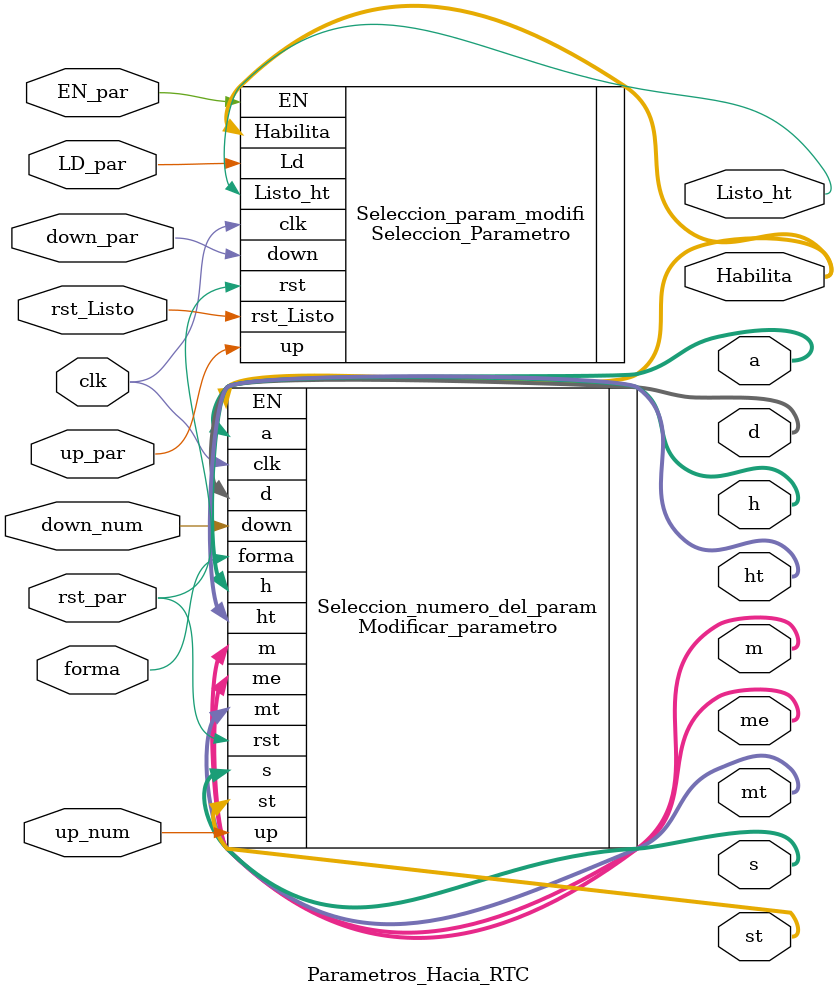
<source format=v>
`timescale 1ns / 1ps


module Parametros_Hacia_RTC(
   input clk,EN_par,down_num,up_num,up_par,down_par,rst_par,forma,LD_par,rst_Listo,
	output [7:0] s,m,h,d,me,a,st,mt,ht,
	output Listo_ht,
	output wire [8:0] Habilita
    );
	 
wire [8:0] cables_EN;

Modificar_parametro Seleccion_numero_del_param (
    .clk(clk), 
    .EN(Habilita), 
    .up(up_num), 
    .down(down_num), 
    .rst(rst_par), 
    .forma(forma), 
    .s(s), 
    .m(m), 
    .h(h), 
    .d(d), 
    .me(me), 
    .a(a), 
    .st(st), 
    .mt(mt), 
    .ht(ht)
    );
	 
Seleccion_Parametro Seleccion_param_modifi (
    .clk(clk), 
    .EN(EN_par), 
    .up(up_par), 
    .down(down_par), 
    .rst(rst_par), 
	 .rst_Listo(rst_Listo),
	 .Ld(LD_par),
    .Habilita(Habilita),
	 .Listo_ht(Listo_ht)
    );
	
endmodule

</source>
